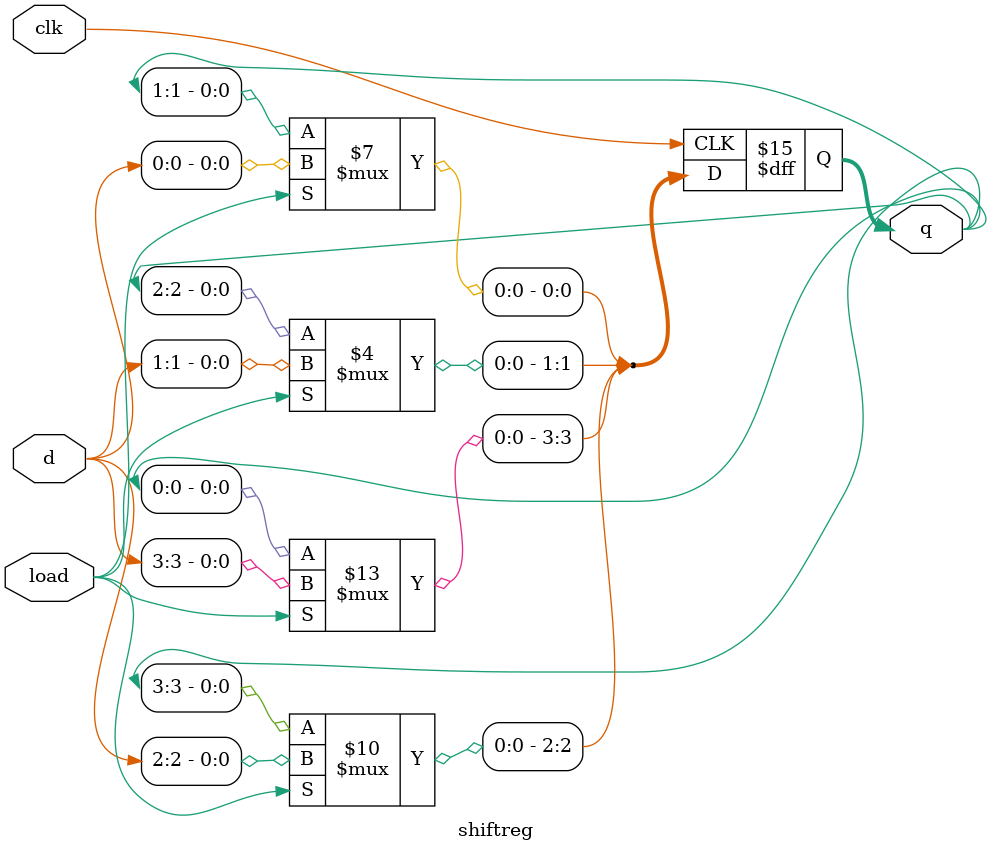
<source format=v>
module shiftreg(d, load,clk,q);
	input [3:0]d;
	input load, clk;
	output reg [3:0]q;

always @(posedge clk)
	if (load==1)
		q<=d;
			
	else
	begin
		q[3] <= q[0];
		q[2] <= q[3];
		q[1] <= q[2];
		q[0] <=q[1];
	end
endmodule
		
</source>
